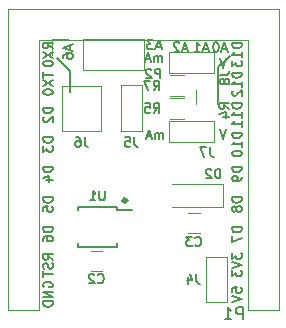
<source format=gbr>
G04 #@! TF.FileFunction,Legend,Bot*
%FSLAX46Y46*%
G04 Gerber Fmt 4.6, Leading zero omitted, Abs format (unit mm)*
G04 Created by KiCad (PCBNEW 4.0.6) date 12/07/19 10:22:01*
%MOMM*%
%LPD*%
G01*
G04 APERTURE LIST*
%ADD10C,0.100000*%
%ADD11C,0.150000*%
%ADD12C,0.300000*%
%ADD13C,0.120000*%
G04 APERTURE END LIST*
D10*
D11*
X153046714Y-68486905D02*
X153046714Y-67953571D01*
X153046714Y-68029762D02*
X153008619Y-67991667D01*
X152932428Y-67953571D01*
X152818142Y-67953571D01*
X152741952Y-67991667D01*
X152703857Y-68067857D01*
X152703857Y-68486905D01*
X152703857Y-68067857D02*
X152665761Y-67991667D01*
X152589571Y-67953571D01*
X152475285Y-67953571D01*
X152399095Y-67991667D01*
X152361000Y-68067857D01*
X152361000Y-68486905D01*
X152018142Y-68258333D02*
X151637190Y-68258333D01*
X152094333Y-68486905D02*
X151827666Y-67686905D01*
X151560999Y-68486905D01*
X158427667Y-68186905D02*
X158161000Y-68986905D01*
X157894333Y-68186905D01*
X153121714Y-75036905D02*
X153121714Y-74503571D01*
X153121714Y-74579762D02*
X153083619Y-74541667D01*
X153007428Y-74503571D01*
X152893142Y-74503571D01*
X152816952Y-74541667D01*
X152778857Y-74617857D01*
X152778857Y-75036905D01*
X152778857Y-74617857D02*
X152740761Y-74541667D01*
X152664571Y-74503571D01*
X152550285Y-74503571D01*
X152474095Y-74541667D01*
X152436000Y-74617857D01*
X152436000Y-75036905D01*
X152093142Y-74808333D02*
X151712190Y-74808333D01*
X152169333Y-75036905D02*
X151902666Y-74236905D01*
X151635999Y-75036905D01*
X158452667Y-74186905D02*
X158186000Y-74986905D01*
X157919333Y-74186905D01*
D12*
X150028705Y-80225000D02*
G75*
G03X150028705Y-80225000I-167705J0D01*
G01*
D11*
X145181000Y-69265000D02*
X144081000Y-68165000D01*
X145181000Y-69265000D02*
X145181000Y-71065000D01*
X158781000Y-67965000D02*
X157781000Y-68965000D01*
X157781000Y-68965000D02*
X157781000Y-71765000D01*
D13*
X139931000Y-89495000D02*
X139931000Y-63975000D01*
X139931000Y-63975000D02*
X162911000Y-63975000D01*
X162911000Y-89495000D02*
X162911000Y-63975000D01*
X160251000Y-89495000D02*
X160251000Y-66635000D01*
X160251000Y-66635000D02*
X142591000Y-66635000D01*
X142591000Y-89495000D02*
X142591000Y-66635000D01*
X142591000Y-89495000D02*
X142591000Y-82685000D01*
X162911000Y-89495000D02*
X160251000Y-89495000D01*
X139931000Y-89495000D02*
X142591000Y-89495000D01*
X162911000Y-67845000D02*
X162911000Y-66515000D01*
X158501000Y-84990000D02*
X158501000Y-88810000D01*
X158501000Y-88810000D02*
X156721000Y-88810000D01*
X156721000Y-88810000D02*
X156721000Y-84990000D01*
X158501000Y-84990000D02*
X156721000Y-84990000D01*
X151471000Y-66545000D02*
X151471000Y-69205000D01*
X146331000Y-66545000D02*
X151471000Y-66545000D01*
X146331000Y-69205000D02*
X151471000Y-69205000D01*
X146331000Y-66545000D02*
X146331000Y-69205000D01*
X145061000Y-66545000D02*
X143731000Y-66545000D01*
X143731000Y-66545000D02*
X143731000Y-67875000D01*
X147961000Y-86225000D02*
X146961000Y-86225000D01*
X146961000Y-84525000D02*
X147961000Y-84525000D01*
X155186000Y-81300000D02*
X156186000Y-81300000D01*
X156186000Y-83000000D02*
X155186000Y-83000000D01*
X153886000Y-78800000D02*
X158186000Y-78800000D01*
X158186000Y-78800000D02*
X158186000Y-80800000D01*
X158186000Y-80800000D02*
X153886000Y-80800000D01*
X149546000Y-74310000D02*
X149546000Y-70490000D01*
X149546000Y-70490000D02*
X151326000Y-70490000D01*
X151326000Y-70490000D02*
X151326000Y-74310000D01*
X149546000Y-74310000D02*
X151326000Y-74310000D01*
X146046000Y-74335000D02*
X144516000Y-74335000D01*
X146046000Y-70515000D02*
X144516000Y-70515000D01*
X144516000Y-74335000D02*
X144516000Y-70515000D01*
X146046000Y-70515000D02*
X147826000Y-70515000D01*
X147826000Y-70515000D02*
X147826000Y-74335000D01*
X146046000Y-74335000D02*
X147826000Y-74335000D01*
X157396000Y-75290000D02*
X153576000Y-75290000D01*
X153576000Y-75290000D02*
X153576000Y-73510000D01*
X153576000Y-73510000D02*
X157396000Y-73510000D01*
X157396000Y-75290000D02*
X157396000Y-73510000D01*
X157396000Y-69465000D02*
X153576000Y-69465000D01*
X153576000Y-69465000D02*
X153576000Y-67685000D01*
X153576000Y-67685000D02*
X157396000Y-67685000D01*
X157396000Y-69465000D02*
X157396000Y-67685000D01*
X157641000Y-72075000D02*
X157641000Y-70875000D01*
X155881000Y-70875000D02*
X155881000Y-72075000D01*
X153686000Y-73330000D02*
X154886000Y-73330000D01*
X154886000Y-71570000D02*
X153686000Y-71570000D01*
X153686000Y-71405000D02*
X154886000Y-71405000D01*
X154886000Y-69645000D02*
X153686000Y-69645000D01*
D11*
X149236000Y-80775000D02*
X149236000Y-81000000D01*
X145886000Y-80775000D02*
X145886000Y-81075000D01*
X145886000Y-84125000D02*
X145886000Y-83825000D01*
X149236000Y-84125000D02*
X149236000Y-83825000D01*
X149236000Y-80775000D02*
X145886000Y-80775000D01*
X149236000Y-84125000D02*
X145886000Y-84125000D01*
X149236000Y-81000000D02*
X150461000Y-81000000D01*
X159839095Y-90287381D02*
X159839095Y-89287381D01*
X159458142Y-89287381D01*
X159362904Y-89335000D01*
X159315285Y-89382619D01*
X159267666Y-89477857D01*
X159267666Y-89620714D01*
X159315285Y-89715952D01*
X159362904Y-89763571D01*
X159458142Y-89811190D01*
X159839095Y-89811190D01*
X158315285Y-90287381D02*
X158886714Y-90287381D01*
X158601000Y-90287381D02*
X158601000Y-89287381D01*
X158696238Y-89430238D01*
X158791476Y-89525476D01*
X158886714Y-89573095D01*
X142981000Y-87555477D02*
X142942905Y-87479286D01*
X142942905Y-87365001D01*
X142981000Y-87250715D01*
X143057190Y-87174524D01*
X143133381Y-87136429D01*
X143285762Y-87098334D01*
X143400048Y-87098334D01*
X143552429Y-87136429D01*
X143628619Y-87174524D01*
X143704810Y-87250715D01*
X143742905Y-87365001D01*
X143742905Y-87441191D01*
X143704810Y-87555477D01*
X143666714Y-87593572D01*
X143400048Y-87593572D01*
X143400048Y-87441191D01*
X143742905Y-87936429D02*
X142942905Y-87936429D01*
X143742905Y-88393572D01*
X142942905Y-88393572D01*
X143742905Y-88774524D02*
X142942905Y-88774524D01*
X142942905Y-88965000D01*
X142981000Y-89079286D01*
X143057190Y-89155477D01*
X143133381Y-89193572D01*
X143285762Y-89231667D01*
X143400048Y-89231667D01*
X143552429Y-89193572D01*
X143628619Y-89155477D01*
X143704810Y-89079286D01*
X143742905Y-88965000D01*
X143742905Y-88774524D01*
X143742905Y-85226905D02*
X143361952Y-84960238D01*
X143742905Y-84769762D02*
X142942905Y-84769762D01*
X142942905Y-85074524D01*
X142981000Y-85150715D01*
X143019095Y-85188810D01*
X143095286Y-85226905D01*
X143209571Y-85226905D01*
X143285762Y-85188810D01*
X143323857Y-85150715D01*
X143361952Y-85074524D01*
X143361952Y-84769762D01*
X143704810Y-85531667D02*
X143742905Y-85645953D01*
X143742905Y-85836429D01*
X143704810Y-85912619D01*
X143666714Y-85950715D01*
X143590524Y-85988810D01*
X143514333Y-85988810D01*
X143438143Y-85950715D01*
X143400048Y-85912619D01*
X143361952Y-85836429D01*
X143323857Y-85684048D01*
X143285762Y-85607857D01*
X143247667Y-85569762D01*
X143171476Y-85531667D01*
X143095286Y-85531667D01*
X143019095Y-85569762D01*
X142981000Y-85607857D01*
X142942905Y-85684048D01*
X142942905Y-85874524D01*
X142981000Y-85988810D01*
X142942905Y-86217381D02*
X142942905Y-86674524D01*
X143742905Y-86445953D02*
X142942905Y-86445953D01*
X143742905Y-82474524D02*
X142942905Y-82474524D01*
X142942905Y-82665000D01*
X142981000Y-82779286D01*
X143057190Y-82855477D01*
X143133381Y-82893572D01*
X143285762Y-82931667D01*
X143400048Y-82931667D01*
X143552429Y-82893572D01*
X143628619Y-82855477D01*
X143704810Y-82779286D01*
X143742905Y-82665000D01*
X143742905Y-82474524D01*
X142942905Y-83617381D02*
X142942905Y-83465000D01*
X142981000Y-83388810D01*
X143019095Y-83350715D01*
X143133381Y-83274524D01*
X143285762Y-83236429D01*
X143590524Y-83236429D01*
X143666714Y-83274524D01*
X143704810Y-83312619D01*
X143742905Y-83388810D01*
X143742905Y-83541191D01*
X143704810Y-83617381D01*
X143666714Y-83655477D01*
X143590524Y-83693572D01*
X143400048Y-83693572D01*
X143323857Y-83655477D01*
X143285762Y-83617381D01*
X143247667Y-83541191D01*
X143247667Y-83388810D01*
X143285762Y-83312619D01*
X143323857Y-83274524D01*
X143400048Y-83236429D01*
X143742905Y-79974524D02*
X142942905Y-79974524D01*
X142942905Y-80165000D01*
X142981000Y-80279286D01*
X143057190Y-80355477D01*
X143133381Y-80393572D01*
X143285762Y-80431667D01*
X143400048Y-80431667D01*
X143552429Y-80393572D01*
X143628619Y-80355477D01*
X143704810Y-80279286D01*
X143742905Y-80165000D01*
X143742905Y-79974524D01*
X142942905Y-81155477D02*
X142942905Y-80774524D01*
X143323857Y-80736429D01*
X143285762Y-80774524D01*
X143247667Y-80850715D01*
X143247667Y-81041191D01*
X143285762Y-81117381D01*
X143323857Y-81155477D01*
X143400048Y-81193572D01*
X143590524Y-81193572D01*
X143666714Y-81155477D01*
X143704810Y-81117381D01*
X143742905Y-81041191D01*
X143742905Y-80850715D01*
X143704810Y-80774524D01*
X143666714Y-80736429D01*
X143742905Y-77374524D02*
X142942905Y-77374524D01*
X142942905Y-77565000D01*
X142981000Y-77679286D01*
X143057190Y-77755477D01*
X143133381Y-77793572D01*
X143285762Y-77831667D01*
X143400048Y-77831667D01*
X143552429Y-77793572D01*
X143628619Y-77755477D01*
X143704810Y-77679286D01*
X143742905Y-77565000D01*
X143742905Y-77374524D01*
X143209571Y-78517381D02*
X143742905Y-78517381D01*
X142904810Y-78326905D02*
X143476238Y-78136429D01*
X143476238Y-78631667D01*
X143742905Y-74874524D02*
X142942905Y-74874524D01*
X142942905Y-75065000D01*
X142981000Y-75179286D01*
X143057190Y-75255477D01*
X143133381Y-75293572D01*
X143285762Y-75331667D01*
X143400048Y-75331667D01*
X143552429Y-75293572D01*
X143628619Y-75255477D01*
X143704810Y-75179286D01*
X143742905Y-75065000D01*
X143742905Y-74874524D01*
X142942905Y-75598334D02*
X142942905Y-76093572D01*
X143247667Y-75826905D01*
X143247667Y-75941191D01*
X143285762Y-76017381D01*
X143323857Y-76055477D01*
X143400048Y-76093572D01*
X143590524Y-76093572D01*
X143666714Y-76055477D01*
X143704810Y-76017381D01*
X143742905Y-75941191D01*
X143742905Y-75712619D01*
X143704810Y-75636429D01*
X143666714Y-75598334D01*
X143742905Y-72374524D02*
X142942905Y-72374524D01*
X142942905Y-72565000D01*
X142981000Y-72679286D01*
X143057190Y-72755477D01*
X143133381Y-72793572D01*
X143285762Y-72831667D01*
X143400048Y-72831667D01*
X143552429Y-72793572D01*
X143628619Y-72755477D01*
X143704810Y-72679286D01*
X143742905Y-72565000D01*
X143742905Y-72374524D01*
X143019095Y-73136429D02*
X142981000Y-73174524D01*
X142942905Y-73250715D01*
X142942905Y-73441191D01*
X142981000Y-73517381D01*
X143019095Y-73555477D01*
X143095286Y-73593572D01*
X143171476Y-73593572D01*
X143285762Y-73555477D01*
X143742905Y-73098334D01*
X143742905Y-73593572D01*
X142942905Y-69374523D02*
X142942905Y-69831666D01*
X143742905Y-69603095D02*
X142942905Y-69603095D01*
X142942905Y-70022143D02*
X143742905Y-70555476D01*
X142942905Y-70555476D02*
X143742905Y-70022143D01*
X142942905Y-71012619D02*
X142942905Y-71088810D01*
X142981000Y-71165000D01*
X143019095Y-71203095D01*
X143095286Y-71241191D01*
X143247667Y-71279286D01*
X143438143Y-71279286D01*
X143590524Y-71241191D01*
X143666714Y-71203095D01*
X143704810Y-71165000D01*
X143742905Y-71088810D01*
X143742905Y-71012619D01*
X143704810Y-70936429D01*
X143666714Y-70898333D01*
X143590524Y-70860238D01*
X143438143Y-70822143D01*
X143247667Y-70822143D01*
X143095286Y-70860238D01*
X143019095Y-70898333D01*
X142981000Y-70936429D01*
X142942905Y-71012619D01*
X143742905Y-67350714D02*
X143361952Y-67084047D01*
X143742905Y-66893571D02*
X142942905Y-66893571D01*
X142942905Y-67198333D01*
X142981000Y-67274524D01*
X143019095Y-67312619D01*
X143095286Y-67350714D01*
X143209571Y-67350714D01*
X143285762Y-67312619D01*
X143323857Y-67274524D01*
X143361952Y-67198333D01*
X143361952Y-66893571D01*
X142942905Y-67617381D02*
X143742905Y-68150714D01*
X142942905Y-68150714D02*
X143742905Y-67617381D01*
X142942905Y-68607857D02*
X142942905Y-68684048D01*
X142981000Y-68760238D01*
X143019095Y-68798333D01*
X143095286Y-68836429D01*
X143247667Y-68874524D01*
X143438143Y-68874524D01*
X143590524Y-68836429D01*
X143666714Y-68798333D01*
X143704810Y-68760238D01*
X143742905Y-68684048D01*
X143742905Y-68607857D01*
X143704810Y-68531667D01*
X143666714Y-68493571D01*
X143590524Y-68455476D01*
X143438143Y-68417381D01*
X143247667Y-68417381D01*
X143095286Y-68455476D01*
X143019095Y-68493571D01*
X142981000Y-68531667D01*
X142942905Y-68607857D01*
X145214333Y-67093572D02*
X145214333Y-67474524D01*
X145442905Y-67017381D02*
X144642905Y-67284048D01*
X145442905Y-67550715D01*
X144642905Y-68160238D02*
X144642905Y-68007857D01*
X144681000Y-67931667D01*
X144719095Y-67893572D01*
X144833381Y-67817381D01*
X144985762Y-67779286D01*
X145290524Y-67779286D01*
X145366714Y-67817381D01*
X145404810Y-67855476D01*
X145442905Y-67931667D01*
X145442905Y-68084048D01*
X145404810Y-68160238D01*
X145366714Y-68198334D01*
X145290524Y-68236429D01*
X145100048Y-68236429D01*
X145023857Y-68198334D01*
X144985762Y-68160238D01*
X144947667Y-68084048D01*
X144947667Y-67931667D01*
X144985762Y-67855476D01*
X145023857Y-67817381D01*
X145100048Y-67779286D01*
X152907428Y-67208333D02*
X152526476Y-67208333D01*
X152983619Y-67436905D02*
X152716952Y-66636905D01*
X152450285Y-67436905D01*
X152259809Y-66636905D02*
X151764571Y-66636905D01*
X152031238Y-66941667D01*
X151916952Y-66941667D01*
X151840762Y-66979762D01*
X151802666Y-67017857D01*
X151764571Y-67094048D01*
X151764571Y-67284524D01*
X151802666Y-67360714D01*
X151840762Y-67398810D01*
X151916952Y-67436905D01*
X152145524Y-67436905D01*
X152221714Y-67398810D01*
X152259809Y-67360714D01*
X155132428Y-67408333D02*
X154751476Y-67408333D01*
X155208619Y-67636905D02*
X154941952Y-66836905D01*
X154675285Y-67636905D01*
X154446714Y-66913095D02*
X154408619Y-66875000D01*
X154332428Y-66836905D01*
X154141952Y-66836905D01*
X154065762Y-66875000D01*
X154027666Y-66913095D01*
X153989571Y-66989286D01*
X153989571Y-67065476D01*
X154027666Y-67179762D01*
X154484809Y-67636905D01*
X153989571Y-67636905D01*
X156882428Y-67408333D02*
X156501476Y-67408333D01*
X156958619Y-67636905D02*
X156691952Y-66836905D01*
X156425285Y-67636905D01*
X155739571Y-67636905D02*
X156196714Y-67636905D01*
X155968143Y-67636905D02*
X155968143Y-66836905D01*
X156044333Y-66951190D01*
X156120524Y-67027381D01*
X156196714Y-67065476D01*
X158482428Y-67408333D02*
X158101476Y-67408333D01*
X158558619Y-67636905D02*
X158291952Y-66836905D01*
X158025285Y-67636905D01*
X157606238Y-66836905D02*
X157530047Y-66836905D01*
X157453857Y-66875000D01*
X157415762Y-66913095D01*
X157377666Y-66989286D01*
X157339571Y-67141667D01*
X157339571Y-67332143D01*
X157377666Y-67484524D01*
X157415762Y-67560714D01*
X157453857Y-67598810D01*
X157530047Y-67636905D01*
X157606238Y-67636905D01*
X157682428Y-67598810D01*
X157720524Y-67560714D01*
X157758619Y-67484524D01*
X157796714Y-67332143D01*
X157796714Y-67141667D01*
X157758619Y-66989286D01*
X157720524Y-66913095D01*
X157682428Y-66875000D01*
X157606238Y-66836905D01*
X159742905Y-66893571D02*
X158942905Y-66893571D01*
X158942905Y-67084047D01*
X158981000Y-67198333D01*
X159057190Y-67274524D01*
X159133381Y-67312619D01*
X159285762Y-67350714D01*
X159400048Y-67350714D01*
X159552429Y-67312619D01*
X159628619Y-67274524D01*
X159704810Y-67198333D01*
X159742905Y-67084047D01*
X159742905Y-66893571D01*
X159742905Y-68112619D02*
X159742905Y-67655476D01*
X159742905Y-67884047D02*
X158942905Y-67884047D01*
X159057190Y-67807857D01*
X159133381Y-67731666D01*
X159171476Y-67655476D01*
X158942905Y-68379286D02*
X158942905Y-68874524D01*
X159247667Y-68607857D01*
X159247667Y-68722143D01*
X159285762Y-68798333D01*
X159323857Y-68836429D01*
X159400048Y-68874524D01*
X159590524Y-68874524D01*
X159666714Y-68836429D01*
X159704810Y-68798333D01*
X159742905Y-68722143D01*
X159742905Y-68493571D01*
X159704810Y-68417381D01*
X159666714Y-68379286D01*
X159742905Y-69393571D02*
X158942905Y-69393571D01*
X158942905Y-69584047D01*
X158981000Y-69698333D01*
X159057190Y-69774524D01*
X159133381Y-69812619D01*
X159285762Y-69850714D01*
X159400048Y-69850714D01*
X159552429Y-69812619D01*
X159628619Y-69774524D01*
X159704810Y-69698333D01*
X159742905Y-69584047D01*
X159742905Y-69393571D01*
X159742905Y-70612619D02*
X159742905Y-70155476D01*
X159742905Y-70384047D02*
X158942905Y-70384047D01*
X159057190Y-70307857D01*
X159133381Y-70231666D01*
X159171476Y-70155476D01*
X159019095Y-70917381D02*
X158981000Y-70955476D01*
X158942905Y-71031667D01*
X158942905Y-71222143D01*
X158981000Y-71298333D01*
X159019095Y-71336429D01*
X159095286Y-71374524D01*
X159171476Y-71374524D01*
X159285762Y-71336429D01*
X159742905Y-70879286D01*
X159742905Y-71374524D01*
X159742905Y-71993571D02*
X158942905Y-71993571D01*
X158942905Y-72184047D01*
X158981000Y-72298333D01*
X159057190Y-72374524D01*
X159133381Y-72412619D01*
X159285762Y-72450714D01*
X159400048Y-72450714D01*
X159552429Y-72412619D01*
X159628619Y-72374524D01*
X159704810Y-72298333D01*
X159742905Y-72184047D01*
X159742905Y-71993571D01*
X159742905Y-73212619D02*
X159742905Y-72755476D01*
X159742905Y-72984047D02*
X158942905Y-72984047D01*
X159057190Y-72907857D01*
X159133381Y-72831666D01*
X159171476Y-72755476D01*
X159742905Y-73974524D02*
X159742905Y-73517381D01*
X159742905Y-73745952D02*
X158942905Y-73745952D01*
X159057190Y-73669762D01*
X159133381Y-73593571D01*
X159171476Y-73517381D01*
X159742905Y-74493571D02*
X158942905Y-74493571D01*
X158942905Y-74684047D01*
X158981000Y-74798333D01*
X159057190Y-74874524D01*
X159133381Y-74912619D01*
X159285762Y-74950714D01*
X159400048Y-74950714D01*
X159552429Y-74912619D01*
X159628619Y-74874524D01*
X159704810Y-74798333D01*
X159742905Y-74684047D01*
X159742905Y-74493571D01*
X159742905Y-75712619D02*
X159742905Y-75255476D01*
X159742905Y-75484047D02*
X158942905Y-75484047D01*
X159057190Y-75407857D01*
X159133381Y-75331666D01*
X159171476Y-75255476D01*
X158942905Y-76207857D02*
X158942905Y-76284048D01*
X158981000Y-76360238D01*
X159019095Y-76398333D01*
X159095286Y-76436429D01*
X159247667Y-76474524D01*
X159438143Y-76474524D01*
X159590524Y-76436429D01*
X159666714Y-76398333D01*
X159704810Y-76360238D01*
X159742905Y-76284048D01*
X159742905Y-76207857D01*
X159704810Y-76131667D01*
X159666714Y-76093571D01*
X159590524Y-76055476D01*
X159438143Y-76017381D01*
X159247667Y-76017381D01*
X159095286Y-76055476D01*
X159019095Y-76093571D01*
X158981000Y-76131667D01*
X158942905Y-76207857D01*
X159742905Y-77374524D02*
X158942905Y-77374524D01*
X158942905Y-77565000D01*
X158981000Y-77679286D01*
X159057190Y-77755477D01*
X159133381Y-77793572D01*
X159285762Y-77831667D01*
X159400048Y-77831667D01*
X159552429Y-77793572D01*
X159628619Y-77755477D01*
X159704810Y-77679286D01*
X159742905Y-77565000D01*
X159742905Y-77374524D01*
X159742905Y-78212619D02*
X159742905Y-78365000D01*
X159704810Y-78441191D01*
X159666714Y-78479286D01*
X159552429Y-78555477D01*
X159400048Y-78593572D01*
X159095286Y-78593572D01*
X159019095Y-78555477D01*
X158981000Y-78517381D01*
X158942905Y-78441191D01*
X158942905Y-78288810D01*
X158981000Y-78212619D01*
X159019095Y-78174524D01*
X159095286Y-78136429D01*
X159285762Y-78136429D01*
X159361952Y-78174524D01*
X159400048Y-78212619D01*
X159438143Y-78288810D01*
X159438143Y-78441191D01*
X159400048Y-78517381D01*
X159361952Y-78555477D01*
X159285762Y-78593572D01*
X159742905Y-79974524D02*
X158942905Y-79974524D01*
X158942905Y-80165000D01*
X158981000Y-80279286D01*
X159057190Y-80355477D01*
X159133381Y-80393572D01*
X159285762Y-80431667D01*
X159400048Y-80431667D01*
X159552429Y-80393572D01*
X159628619Y-80355477D01*
X159704810Y-80279286D01*
X159742905Y-80165000D01*
X159742905Y-79974524D01*
X159285762Y-80888810D02*
X159247667Y-80812619D01*
X159209571Y-80774524D01*
X159133381Y-80736429D01*
X159095286Y-80736429D01*
X159019095Y-80774524D01*
X158981000Y-80812619D01*
X158942905Y-80888810D01*
X158942905Y-81041191D01*
X158981000Y-81117381D01*
X159019095Y-81155477D01*
X159095286Y-81193572D01*
X159133381Y-81193572D01*
X159209571Y-81155477D01*
X159247667Y-81117381D01*
X159285762Y-81041191D01*
X159285762Y-80888810D01*
X159323857Y-80812619D01*
X159361952Y-80774524D01*
X159438143Y-80736429D01*
X159590524Y-80736429D01*
X159666714Y-80774524D01*
X159704810Y-80812619D01*
X159742905Y-80888810D01*
X159742905Y-81041191D01*
X159704810Y-81117381D01*
X159666714Y-81155477D01*
X159590524Y-81193572D01*
X159438143Y-81193572D01*
X159361952Y-81155477D01*
X159323857Y-81117381D01*
X159285762Y-81041191D01*
X159742905Y-82474524D02*
X158942905Y-82474524D01*
X158942905Y-82665000D01*
X158981000Y-82779286D01*
X159057190Y-82855477D01*
X159133381Y-82893572D01*
X159285762Y-82931667D01*
X159400048Y-82931667D01*
X159552429Y-82893572D01*
X159628619Y-82855477D01*
X159704810Y-82779286D01*
X159742905Y-82665000D01*
X159742905Y-82474524D01*
X158942905Y-83198334D02*
X158942905Y-83731667D01*
X159742905Y-83388810D01*
X158942905Y-84674524D02*
X158942905Y-85169762D01*
X159247667Y-84903095D01*
X159247667Y-85017381D01*
X159285762Y-85093571D01*
X159323857Y-85131667D01*
X159400048Y-85169762D01*
X159590524Y-85169762D01*
X159666714Y-85131667D01*
X159704810Y-85093571D01*
X159742905Y-85017381D01*
X159742905Y-84788809D01*
X159704810Y-84712619D01*
X159666714Y-84674524D01*
X158942905Y-85398333D02*
X159742905Y-85665000D01*
X158942905Y-85931667D01*
X158942905Y-86122143D02*
X158942905Y-86617381D01*
X159247667Y-86350714D01*
X159247667Y-86465000D01*
X159285762Y-86541190D01*
X159323857Y-86579286D01*
X159400048Y-86617381D01*
X159590524Y-86617381D01*
X159666714Y-86579286D01*
X159704810Y-86541190D01*
X159742905Y-86465000D01*
X159742905Y-86236428D01*
X159704810Y-86160238D01*
X159666714Y-86122143D01*
X158942905Y-88012620D02*
X158942905Y-87631667D01*
X159323857Y-87593572D01*
X159285762Y-87631667D01*
X159247667Y-87707858D01*
X159247667Y-87898334D01*
X159285762Y-87974524D01*
X159323857Y-88012620D01*
X159400048Y-88050715D01*
X159590524Y-88050715D01*
X159666714Y-88012620D01*
X159704810Y-87974524D01*
X159742905Y-87898334D01*
X159742905Y-87707858D01*
X159704810Y-87631667D01*
X159666714Y-87593572D01*
X158942905Y-88279286D02*
X159742905Y-88545953D01*
X158942905Y-88812620D01*
X155927666Y-86461905D02*
X155927666Y-87033333D01*
X155965762Y-87147619D01*
X156041952Y-87223810D01*
X156156238Y-87261905D01*
X156232428Y-87261905D01*
X155203857Y-86728571D02*
X155203857Y-87261905D01*
X155394333Y-86423810D02*
X155584809Y-86995238D01*
X155089571Y-86995238D01*
X152851476Y-69861905D02*
X152851476Y-69061905D01*
X152546714Y-69061905D01*
X152470523Y-69100000D01*
X152432428Y-69138095D01*
X152394333Y-69214286D01*
X152394333Y-69328571D01*
X152432428Y-69404762D01*
X152470523Y-69442857D01*
X152546714Y-69480952D01*
X152851476Y-69480952D01*
X152089571Y-69138095D02*
X152051476Y-69100000D01*
X151975285Y-69061905D01*
X151784809Y-69061905D01*
X151708619Y-69100000D01*
X151670523Y-69138095D01*
X151632428Y-69214286D01*
X151632428Y-69290476D01*
X151670523Y-69404762D01*
X152127666Y-69861905D01*
X151632428Y-69861905D01*
X147594333Y-87160714D02*
X147632428Y-87198810D01*
X147746714Y-87236905D01*
X147822904Y-87236905D01*
X147937190Y-87198810D01*
X148013381Y-87122619D01*
X148051476Y-87046429D01*
X148089571Y-86894048D01*
X148089571Y-86779762D01*
X148051476Y-86627381D01*
X148013381Y-86551190D01*
X147937190Y-86475000D01*
X147822904Y-86436905D01*
X147746714Y-86436905D01*
X147632428Y-86475000D01*
X147594333Y-86513095D01*
X147289571Y-86513095D02*
X147251476Y-86475000D01*
X147175285Y-86436905D01*
X146984809Y-86436905D01*
X146908619Y-86475000D01*
X146870523Y-86513095D01*
X146832428Y-86589286D01*
X146832428Y-86665476D01*
X146870523Y-86779762D01*
X147327666Y-87236905D01*
X146832428Y-87236905D01*
X155819333Y-84010714D02*
X155857428Y-84048810D01*
X155971714Y-84086905D01*
X156047904Y-84086905D01*
X156162190Y-84048810D01*
X156238381Y-83972619D01*
X156276476Y-83896429D01*
X156314571Y-83744048D01*
X156314571Y-83629762D01*
X156276476Y-83477381D01*
X156238381Y-83401190D01*
X156162190Y-83325000D01*
X156047904Y-83286905D01*
X155971714Y-83286905D01*
X155857428Y-83325000D01*
X155819333Y-83363095D01*
X155552666Y-83286905D02*
X155057428Y-83286905D01*
X155324095Y-83591667D01*
X155209809Y-83591667D01*
X155133619Y-83629762D01*
X155095523Y-83667857D01*
X155057428Y-83744048D01*
X155057428Y-83934524D01*
X155095523Y-84010714D01*
X155133619Y-84048810D01*
X155209809Y-84086905D01*
X155438381Y-84086905D01*
X155514571Y-84048810D01*
X155552666Y-84010714D01*
X157951476Y-78336905D02*
X157951476Y-77536905D01*
X157761000Y-77536905D01*
X157646714Y-77575000D01*
X157570523Y-77651190D01*
X157532428Y-77727381D01*
X157494333Y-77879762D01*
X157494333Y-77994048D01*
X157532428Y-78146429D01*
X157570523Y-78222619D01*
X157646714Y-78298810D01*
X157761000Y-78336905D01*
X157951476Y-78336905D01*
X157189571Y-77613095D02*
X157151476Y-77575000D01*
X157075285Y-77536905D01*
X156884809Y-77536905D01*
X156808619Y-77575000D01*
X156770523Y-77613095D01*
X156732428Y-77689286D01*
X156732428Y-77765476D01*
X156770523Y-77879762D01*
X157227666Y-78336905D01*
X156732428Y-78336905D01*
X150677666Y-74861905D02*
X150677666Y-75433333D01*
X150715762Y-75547619D01*
X150791952Y-75623810D01*
X150906238Y-75661905D01*
X150982428Y-75661905D01*
X149915761Y-74861905D02*
X150296714Y-74861905D01*
X150334809Y-75242857D01*
X150296714Y-75204762D01*
X150220523Y-75166667D01*
X150030047Y-75166667D01*
X149953857Y-75204762D01*
X149915761Y-75242857D01*
X149877666Y-75319048D01*
X149877666Y-75509524D01*
X149915761Y-75585714D01*
X149953857Y-75623810D01*
X150030047Y-75661905D01*
X150220523Y-75661905D01*
X150296714Y-75623810D01*
X150334809Y-75585714D01*
X146477666Y-74861905D02*
X146477666Y-75433333D01*
X146515762Y-75547619D01*
X146591952Y-75623810D01*
X146706238Y-75661905D01*
X146782428Y-75661905D01*
X145753857Y-74861905D02*
X145906238Y-74861905D01*
X145982428Y-74900000D01*
X146020523Y-74938095D01*
X146096714Y-75052381D01*
X146134809Y-75204762D01*
X146134809Y-75509524D01*
X146096714Y-75585714D01*
X146058619Y-75623810D01*
X145982428Y-75661905D01*
X145830047Y-75661905D01*
X145753857Y-75623810D01*
X145715761Y-75585714D01*
X145677666Y-75509524D01*
X145677666Y-75319048D01*
X145715761Y-75242857D01*
X145753857Y-75204762D01*
X145830047Y-75166667D01*
X145982428Y-75166667D01*
X146058619Y-75204762D01*
X146096714Y-75242857D01*
X146134809Y-75319048D01*
X157077666Y-75736905D02*
X157077666Y-76308333D01*
X157115762Y-76422619D01*
X157191952Y-76498810D01*
X157306238Y-76536905D01*
X157382428Y-76536905D01*
X156772904Y-75736905D02*
X156239571Y-75736905D01*
X156582428Y-76536905D01*
X157922905Y-69583334D02*
X158494333Y-69583334D01*
X158608619Y-69545238D01*
X158684810Y-69469048D01*
X158722905Y-69354762D01*
X158722905Y-69278572D01*
X158265762Y-70078572D02*
X158227667Y-70002381D01*
X158189571Y-69964286D01*
X158113381Y-69926191D01*
X158075286Y-69926191D01*
X157999095Y-69964286D01*
X157961000Y-70002381D01*
X157922905Y-70078572D01*
X157922905Y-70230953D01*
X157961000Y-70307143D01*
X157999095Y-70345239D01*
X158075286Y-70383334D01*
X158113381Y-70383334D01*
X158189571Y-70345239D01*
X158227667Y-70307143D01*
X158265762Y-70230953D01*
X158265762Y-70078572D01*
X158303857Y-70002381D01*
X158341952Y-69964286D01*
X158418143Y-69926191D01*
X158570524Y-69926191D01*
X158646714Y-69964286D01*
X158684810Y-70002381D01*
X158722905Y-70078572D01*
X158722905Y-70230953D01*
X158684810Y-70307143D01*
X158646714Y-70345239D01*
X158570524Y-70383334D01*
X158418143Y-70383334D01*
X158341952Y-70345239D01*
X158303857Y-70307143D01*
X158265762Y-70230953D01*
X158672905Y-72441667D02*
X158291952Y-72175000D01*
X158672905Y-71984524D02*
X157872905Y-71984524D01*
X157872905Y-72289286D01*
X157911000Y-72365477D01*
X157949095Y-72403572D01*
X158025286Y-72441667D01*
X158139571Y-72441667D01*
X158215762Y-72403572D01*
X158253857Y-72365477D01*
X158291952Y-72289286D01*
X158291952Y-71984524D01*
X158139571Y-73127381D02*
X158672905Y-73127381D01*
X157834810Y-72936905D02*
X158406238Y-72746429D01*
X158406238Y-73241667D01*
X152294333Y-72786905D02*
X152561000Y-72405952D01*
X152751476Y-72786905D02*
X152751476Y-71986905D01*
X152446714Y-71986905D01*
X152370523Y-72025000D01*
X152332428Y-72063095D01*
X152294333Y-72139286D01*
X152294333Y-72253571D01*
X152332428Y-72329762D01*
X152370523Y-72367857D01*
X152446714Y-72405952D01*
X152751476Y-72405952D01*
X151570523Y-71986905D02*
X151951476Y-71986905D01*
X151989571Y-72367857D01*
X151951476Y-72329762D01*
X151875285Y-72291667D01*
X151684809Y-72291667D01*
X151608619Y-72329762D01*
X151570523Y-72367857D01*
X151532428Y-72444048D01*
X151532428Y-72634524D01*
X151570523Y-72710714D01*
X151608619Y-72748810D01*
X151684809Y-72786905D01*
X151875285Y-72786905D01*
X151951476Y-72748810D01*
X151989571Y-72710714D01*
X152294333Y-70886905D02*
X152561000Y-70505952D01*
X152751476Y-70886905D02*
X152751476Y-70086905D01*
X152446714Y-70086905D01*
X152370523Y-70125000D01*
X152332428Y-70163095D01*
X152294333Y-70239286D01*
X152294333Y-70353571D01*
X152332428Y-70429762D01*
X152370523Y-70467857D01*
X152446714Y-70505952D01*
X152751476Y-70505952D01*
X152027666Y-70086905D02*
X151494333Y-70086905D01*
X151837190Y-70886905D01*
X148170524Y-79411905D02*
X148170524Y-80059524D01*
X148132429Y-80135714D01*
X148094333Y-80173810D01*
X148018143Y-80211905D01*
X147865762Y-80211905D01*
X147789571Y-80173810D01*
X147751476Y-80135714D01*
X147713381Y-80059524D01*
X147713381Y-79411905D01*
X146913381Y-80211905D02*
X147370524Y-80211905D01*
X147141953Y-80211905D02*
X147141953Y-79411905D01*
X147218143Y-79526190D01*
X147294334Y-79602381D01*
X147370524Y-79640476D01*
M02*

</source>
